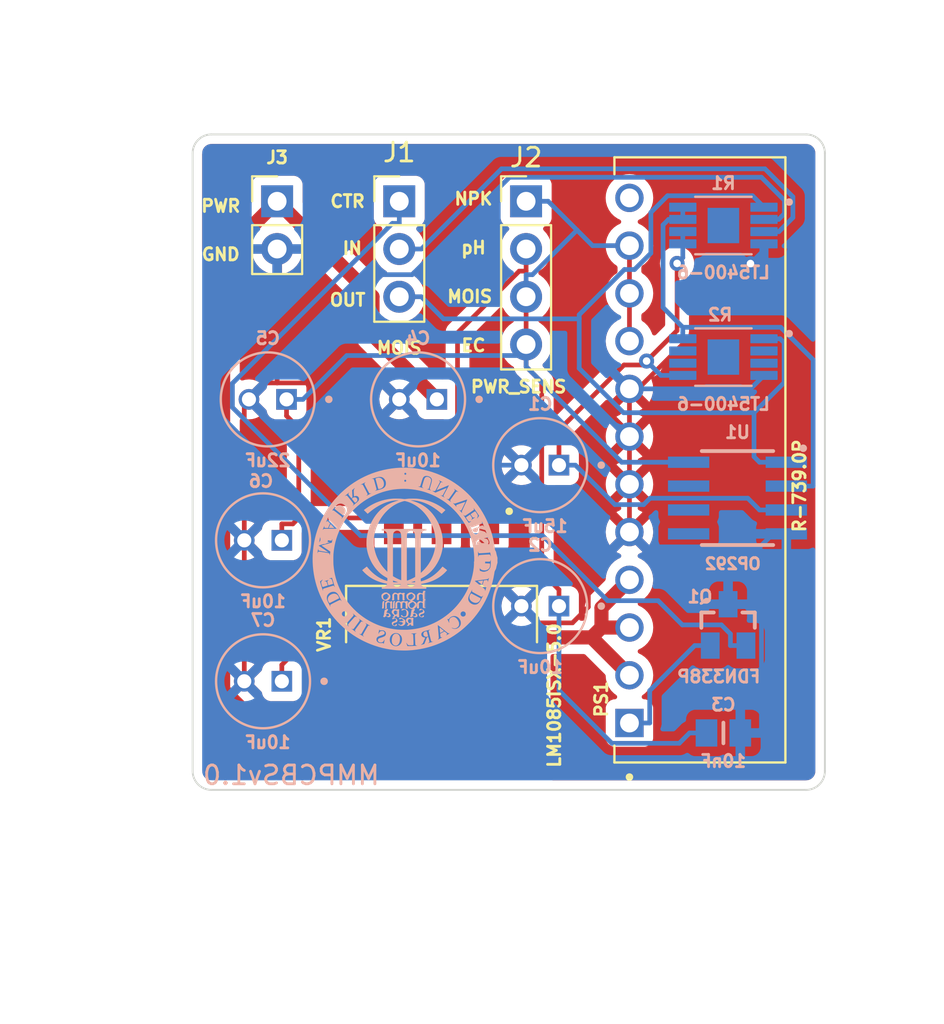
<source format=kicad_pcb>
(kicad_pcb (version 20211014) (generator pcbnew)
  (title_block (title "PCB Acondicionamiento Sensores Suelo") (date "2023-06-10") (company "UC3M"))
  (layers (0 "F.Cu" signal) (31 "B.Cu" signal) (34 "B.Paste" user) (35 "F.Paste" user) (36 "B.SilkS" user "B.Silkscreen") (37 "F.SilkS" user "F.Silkscreen") (38 "B.Mask" user) (39 "F.Mask" user) (44 "Edge.Cuts" user))
  (net 0 "")
  (net 1 "Net-(C1-PadP)")
  (net 2 "GND")
  (net 3 "9V")
  (net 4 "IN_MOISTURE")
  (net 5 "OUT_MOISTURE")
  (net 6 "Net-(R1-Pad7)")
  (net 14 "PWR")
  (net 16 "CTR")
  (net 17 "PWR_pH")
  (net 18 "Net-(PS1-Pad1)")
  (footprint "LM1085ISX-5.0_NOPB:TO254P1435X464-4N" (layer "F.Cu") (at 129.75 62.5 -90)
    (fp_text reference "VR1" (at 0 6.25 90) (layer "F.SilkS") (effects (font (size 0.65 0.65))))
    (fp_text value "LM1085ISX-5.0/NOPB" hide)
    (pad "1" smd rect locked (at -6.19 -2.54 270) (size 2.79 1.05) (layers "F.Cu" "F.Paste" "F.Mask") (net 2 "GND"))
    (pad "2" smd rect locked (at -6.19 0 270) (size 2.79 1.05) (layers "F.Cu" "F.Paste" "F.Mask") (net 17 "PWR_pH"))
    (pad "3" smd rect locked (at -6.19 2.54 270) (size 2.79 1.05) (layers "F.Cu" "F.Paste" "F.Mask") (net 3 "9V"))
    (pad "4" smd rect locked (at 4.16 0 270) (size 6.84 10.58) (layers "F.Cu" "F.Mask"))
  )
  (footprint "Connector_PinHeader_2.54mm:PinHeader_1x03_P2.54mm_Vertical" (layer "F.Cu") (at 127.5 39.46)
    (fp_text reference "J1" (at 0 -2.6) (layer "F.SilkS"))
    (fp_text value "Conn_01x03" hide)
    (pad "1" thru_hole rect (at 0 0) (size 1.7 1.7) (drill 1) (layers *.Cu *.Mask) (net 16 "CTR"))
    (pad "2" thru_hole oval (at 0 2.54) (size 1.7 1.7) (drill 1) (layers *.Cu *.Mask) (net 4 "IN_MOISTURE"))
    (pad "3" thru_hole oval (at 0 5.08) (size 1.7 1.7) (drill 1) (layers *.Cu *.Mask) (net 5 "OUT_MOISTURE"))
  )
  (footprint "Connector_PinHeader_2.54mm:PinHeader_1x04_P2.54mm_Vertical" (layer "F.Cu") (at 134.25 39.46)
    (fp_text reference "J2" (at 0 -2.33) (layer "F.SilkS"))
    (fp_text value "Conn_01x04" hide)
    (pad "1" thru_hole rect (at 0 0) (size 1.7 1.7) (drill 1) (layers *.Cu *.Mask) (net 3 "9V"))
    (pad "2" thru_hole oval (at 0 2.54) (size 1.7 1.7) (drill 1) (layers *.Cu *.Mask) (net 17 "PWR_pH"))
    (pad "3" thru_hole oval (at 0 5.08) (size 1.7 1.7) (drill 1) (layers *.Cu *.Mask) (net 3 "9V"))
    (pad "4" thru_hole oval (at 0 7.62) (size 1.7 1.7) (drill 1) (layers *.Cu *.Mask) (net 3 "9V"))
  )
  (footprint "R-739.0P:CONV_R-739.0P" (layer "F.Cu") (at 143.5 53.25 90)
    (fp_text reference "PS1" (at -12.7 -5.25 90) (layer "F.SilkS") (effects (font (size 0.65 0.65))))
    (fp_text value "R-739.0P" hide)
    (pad "1" thru_hole rect locked (at -13.97 -3.75 90) (size 1.508 1.508) (drill 1) (layers *.Cu *.Mask) (net 18 "Net-(PS1-Pad1)"))
    (pad "2" thru_hole circle locked (at -11.43 -3.75 90) (size 1.508 1.508) (drill 1) (layers *.Cu *.Mask) (net 14 "PWR"))
    (pad "3" thru_hole circle locked (at -8.89 -3.75 90) (size 1.508 1.508) (drill 1) (layers *.Cu *.Mask) (net 14 "PWR"))
    (pad "4" thru_hole circle locked (at -6.35 -3.75 90) (size 1.508 1.508) (drill 1) (layers *.Cu *.Mask) (net 14 "PWR"))
    (pad "5" thru_hole circle locked (at -3.81 -3.75 90) (size 1.508 1.508) (drill 1) (layers *.Cu *.Mask) (net 2 "GND"))
    (pad "6" thru_hole circle locked (at -1.27 -3.75 90) (size 1.508 1.508) (drill 1) (layers *.Cu *.Mask) (net 2 "GND"))
    (pad "7" thru_hole circle locked (at 1.27 -3.75 90) (size 1.508 1.508) (drill 1) (layers *.Cu *.Mask) (net 2 "GND"))
    (pad "8" thru_hole circle locked (at 3.81 -3.75 90) (size 1.508 1.508) (drill 1) (layers *.Cu *.Mask) (net 2 "GND"))
    (pad "9" thru_hole circle locked (at 6.35 -3.75 90) (size 1.508 1.508) (drill 1) (layers *.Cu *.Mask) (net 3 "9V"))
    (pad "10" thru_hole circle locked (at 8.89 -3.75 90) (size 1.508 1.508) (drill 1) (layers *.Cu *.Mask) (net 3 "9V"))
    (pad "11" thru_hole circle locked (at 11.43 -3.75 90) (size 1.508 1.508) (drill 1) (layers *.Cu *.Mask) (net 3 "9V"))
    (pad "12" thru_hole circle locked (at 13.97 -3.75 90) (size 1.508 1.508) (drill 1) (layers *.Cu *.Mask))
  )
  (footprint "Connector_PinHeader_2.54mm:PinHeader_1x02_P2.54mm_Vertical" (layer "F.Cu") (at 121 39.46)
    (fp_text reference "J3" (at 0 -2.33) (layer "F.SilkS") (effects (font (size 0.65 0.65))))
    (fp_text value "Conn_01x02" hide)
    (pad "1" thru_hole rect (at 0 0) (size 1.7 1.7) (drill 1) (layers *.Cu *.Mask) (net 14 "PWR"))
    (pad "2" thru_hole oval (at 0 2.54) (size 1.7 1.7) (drill 1) (layers *.Cu *.Mask) (net 2 "GND"))
  )
  (footprint "LT5400BCMS8E-6_PBF:SOP65P490X110-9N" (layer "B.Cu") (at 144.75 47.75 180)
    (fp_text reference "R2" (at 0.175 2.25) (layer "B.SilkS") (effects (font (size 0.65 0.65)) (justify mirror)))
    (fp_text value "LT5400BCMS8E-6#PBF" hide)
    (pad "1" smd roundrect locked (at -2.16 0.975 180) (size 1.45 0.48) (layers "B.Cu" "B.Paste" "B.Mask") (roundrect_rratio 0.06) (net 5 "OUT_MOISTURE"))
    (pad "2" smd roundrect locked (at -2.16 0.325 180) (size 1.45 0.48) (layers "B.Cu" "B.Paste" "B.Mask") (roundrect_rratio 0.06))
    (pad "3" smd roundrect locked (at -2.16 -0.325 180) (size 1.45 0.48) (layers "B.Cu" "B.Paste" "B.Mask") (roundrect_rratio 0.06))
    (pad "4" smd roundrect locked (at -2.16 -0.975 180) (size 1.45 0.48) (layers "B.Cu" "B.Paste" "B.Mask") (roundrect_rratio 0.06) (net 2 "GND"))
    (pad "5" smd roundrect locked (at 2.16 -0.975) (size 1.45 0.48) (layers "B.Cu" "B.Paste" "B.Mask") (roundrect_rratio 0.06) (net 1 "Net-(C1-PadP)"))
    (pad "6" smd roundrect locked (at 2.16 -0.325) (size 1.45 0.48) (layers "B.Cu" "B.Paste" "B.Mask") (roundrect_rratio 0.06))
    (pad "7" smd roundrect locked (at 2.16 0.325) (size 1.45 0.48) (layers "B.Cu" "B.Paste" "B.Mask") (roundrect_rratio 0.06))
    (pad "8" smd roundrect locked (at 2.16 0.975) (size 1.45 0.48) (layers "B.Cu" "B.Paste" "B.Mask") (roundrect_rratio 0.06) (net 6 "Net-(R1-Pad7)"))
    (pad "9" smd rect locked (at 0 0 180) (size 1.68 1.88) (layers "B.Cu" "B.Mask"))
  )
  (footprint "EEUFC1H150:CAPPRD200W50D500H1100" (layer "B.Cu") (at 135 61 180)
    (fp_text reference "C2" (at 0 3.25) (layer "B.SilkS") (effects (font (size 0.65 0.65)) (justify mirror)))
    (fp_text value "EEUFC1H150")
    (pad "N" thru_hole circle locked (at 1 0 180) (size 1.1 1.1) (drill 0.75) (layers *.Cu *.Mask) (net 2 "GND"))
    (pad "P" thru_hole rect locked (at -1 0 180) (size 1.1 1.1) (drill 0.75) (layers *.Cu *.Mask) (net 3 "9V"))
  )
  (footprint "EEUFC1H150:CAPPRD200W50D500H1100" (layer "B.Cu") (at 128.5 50 180)
    (fp_text reference "C4" (at 0 3.25) (layer "B.SilkS") (effects (font (size 0.65 0.65)) (justify mirror)))
    (fp_text value "EEUFC1H150" hide)
    (pad "N" thru_hole circle locked (at 1 0 180) (size 1.1 1.1) (drill 0.75) (layers *.Cu *.Mask) (net 2 "GND"))
    (pad "P" thru_hole rect locked (at -1 0 180) (size 1.1 1.1) (drill 0.75) (layers *.Cu *.Mask) (net 14 "PWR"))
  )
  (footprint "EEUFC1H150:CAPPRD200W50D500H1100" (layer "B.Cu") (at 120.25 57.5 180)
    (fp_text reference "C6" (at 0.11 3.15) (layer "B.SilkS") (effects (font (size 0.65 0.65)) (justify mirror)))
    (fp_text value "EEUFC1H150" hide)
    (pad "N" thru_hole circle locked (at 1 0 180) (size 1.1 1.1) (drill 0.75) (layers *.Cu *.Mask) (net 2 "GND"))
    (pad "P" thru_hole rect locked (at -1 0 180) (size 1.1 1.1) (drill 0.75) (layers *.Cu *.Mask) (net 3 "9V"))
  )
  (footprint "LT5400BCMS8E-6_PBF:SOP65P490X110-9N" (layer "B.Cu") (at 144.75 40.75 180)
    (fp_text reference "R1" (at 0 2.25) (layer "B.SilkS") (effects (font (size 0.65 0.65)) (justify mirror)))
    (fp_text value "LT5400BCMS8E-6#PBF" hide)
    (pad "1" smd roundrect locked (at -2.16 0.975 180) (size 1.45 0.48) (layers "B.Cu" "B.Paste" "B.Mask") (roundrect_rratio 0.06) (net 5 "OUT_MOISTURE"))
    (pad "2" smd roundrect locked (at -2.16 0.325 180) (size 1.45 0.48) (layers "B.Cu" "B.Paste" "B.Mask") (roundrect_rratio 0.06) (net 2 "GND"))
    (pad "3" smd roundrect locked (at -2.16 -0.325 180) (size 1.45 0.48) (layers "B.Cu" "B.Paste" "B.Mask") (roundrect_rratio 0.06) (net 4 "IN_MOISTURE"))
    (pad "4" smd roundrect locked (at -2.16 -0.975 180) (size 1.45 0.48) (layers "B.Cu" "B.Paste" "B.Mask") (roundrect_rratio 0.06) (net 2 "GND"))
    (pad "5" smd roundrect locked (at 2.16 -0.975) (size 1.45 0.48) (layers "B.Cu" "B.Paste" "B.Mask") (roundrect_rratio 0.06) (net 1 "Net-(C1-PadP)"))
    (pad "6" smd roundrect locked (at 2.16 -0.325) (size 1.45 0.48) (layers "B.Cu" "B.Paste" "B.Mask") (roundrect_rratio 0.06) (net 1 "Net-(C1-PadP)"))
    (pad "7" smd roundrect locked (at 2.16 0.325) (size 1.45 0.48) (layers "B.Cu" "B.Paste" "B.Mask") (roundrect_rratio 0.06) (net 6 "Net-(R1-Pad7)"))
    (pad "8" smd roundrect locked (at 2.16 0.975) (size 1.45 0.48) (layers "B.Cu" "B.Paste" "B.Mask") (roundrect_rratio 0.06) (net 6 "Net-(R1-Pad7)"))
    (pad "9" smd rect locked (at 0 0 180) (size 1.68 1.88) (layers "B.Cu" "B.Mask"))
  )
  (footprint "FDN338P:SSOT-3" (layer "B.Cu") (at 145 62 180)
    (fp_text reference "Q1" (at 1.5 1.5) (layer "B.SilkS") (effects (font (size 0.65 0.65)) (justify mirror)))
    (fp_text value "FDN338P")
    (pad "1" smd rect locked (at -0.95 -1.1 180) (size 1 1.4) (layers "B.Cu" "B.Paste" "B.Mask") (net 16 "CTR"))
    (pad "2" smd rect locked (at 0.95 -1.1 180) (size 1 1.4) (layers "B.Cu" "B.Paste" "B.Mask") (net 18 "Net-(PS1-Pad1)"))
    (pad "3" smd rect locked (at 0 1.1 180) (size 1 1.4) (layers "B.Cu" "B.Paste" "B.Mask") (net 2 "GND"))
  )
  (footprint "CL21B103KBANNNC:CAPC2012X140N" (layer "B.Cu") (at 144.75 67.75 180)
    (fp_text reference "C3" (at 0 1.5) (layer "B.SilkS") (effects (font (size 0.65 0.65)) (justify mirror)))
    (fp_text value "CL21B103KBANNNC" hide)
    (pad "1" smd rect locked (at -0.9 0 180) (size 1.15 1.45) (layers "B.Cu" "B.Paste" "B.Mask") (net 2 "GND"))
    (pad "2" smd rect locked (at 0.9 0 180) (size 1.15 1.45) (layers "B.Cu" "B.Paste" "B.Mask") (net 3 "9V"))
  )
  (footprint "LM358DR2G:SOIC127P600X175-8N" (layer "B.Cu") (at 145.5 55.25 180)
    (fp_text reference "U1" (at 0 3.5) (layer "B.SilkS") (effects (font (size 0.65 0.65)) (justify mirror)))
    (fp_text value "OP292GSZ-REEL" hide)
    (pad "1" smd rect locked (at -2.6 1.905 270) (size 0.6 2.2) (layers "B.Cu" "B.Paste" "B.Mask") (net 5 "OUT_MOISTURE"))
    (pad "2" smd rect locked (at -2.6 0.635 270) (size 0.6 2.2) (layers "B.Cu" "B.Paste" "B.Mask") (net 6 "Net-(R1-Pad7)"))
    (pad "3" smd rect locked (at -2.6 -0.635 270) (size 0.6 2.2) (layers "B.Cu" "B.Paste" "B.Mask") (net 1 "Net-(C1-PadP)"))
    (pad "4" smd rect locked (at -2.6 -1.905 270) (size 0.6 2.2) (layers "B.Cu" "B.Paste" "B.Mask") (net 2 "GND"))
    (pad "5" smd rect locked (at 2.6 -1.905 270) (size 0.6 2.2) (layers "B.Cu" "B.Paste" "B.Mask"))
    (pad "6" smd rect locked (at 2.6 -0.635 270) (size 0.6 2.2) (layers "B.Cu" "B.Paste" "B.Mask"))
    (pad "7" smd rect locked (at 2.6 0.635 270) (size 0.6 2.2) (layers "B.Cu" "B.Paste" "B.Mask"))
    (pad "8" smd rect locked (at 2.6 1.905 270) (size 0.6 2.2) (layers "B.Cu" "B.Paste" "B.Mask") (net 3 "9V"))
  )
  (footprint "Logo:Logo2" (layer "B.Cu") (at 127.75 58.5 180)
    (fp_text reference "G" (at -4.354193 -0.133442) (layer "B.SilkS") (effects (font (size 1.524 1.524) (thickness 0.3)) (justify mirror)))
    (fp_text value "L" hide)
  )
  (footprint "EEUFC1H150:CAPPRD200W50D500H1100" (layer "B.Cu") (at 135 53.5 180)
    (fp_text reference "C1" (at 0 3.25) (layer "B.SilkS") (effects (font (size 0.65 0.65)) (justify mirror)))
    (fp_text value "EEUFC1H150" hide)
    (pad "N" thru_hole circle locked (at 1 0 180) (size 1.1 1.1) (drill 0.75) (layers *.Cu *.Mask) (net 2 "GND"))
    (pad "P" thru_hole rect locked (at -1 0 180) (size 1.1 1.1) (drill 0.75) (layers *.Cu *.Mask) (net 1 "Net-(C1-PadP)"))
  )
  (footprint "EEUFC1H150:CAPPRD200W50D500H1100" (layer "B.Cu") (at 120.5 50 180)
    (fp_text reference "C5" (at 0 3.25) (layer "B.SilkS") (effects (font (size 0.65 0.65)) (justify mirror)))
    (fp_text value "EEUFC1H150" hide)
    (pad "N" thru_hole circle locked (at 1 0 180) (size 1.1 1.1) (drill 0.75) (layers *.Cu *.Mask) (net 2 "GND"))
    (pad "P" thru_hole rect locked (at -1 0 180) (size 1.1 1.1) (drill 0.75) (layers *.Cu *.Mask) (net 3 "9V"))
  )
  (footprint "EEUFC1H150:CAPPRD200W50D500H1100" (layer "B.Cu") (at 120.25 65 180)
    (fp_text reference "C7" (at 0 3.25) (layer "B.SilkS") (effects (font (size 0.65 0.65)) (justify mirror)))
    (fp_text value "EEUFC1H150" hide)
    (pad "N" thru_hole circle locked (at 1 0 180) (size 1.1 1.1) (drill 0.75) (layers *.Cu *.Mask) (net 2 "GND"))
    (pad "P" thru_hole rect locked (at -1 0 180) (size 1.1 1.1) (drill 0.75) (layers *.Cu *.Mask) (net 17 "PWR_pH"))
  )
  (gr_arc (start 116.502107 36.902107) (mid 116.794998 36.194998) (end 117.502107 35.902107) (layer "Edge.Cuts") (width 0.1))
  (gr_arc (start 117.502107 70.777893) (mid 116.794998 70.485002) (end 116.502107 69.777893) (layer "Edge.Cuts") (width 0.1))
  (gr_line (start 117.502107 70.777893) (end 149.152893 70.777893) (layer "Edge.Cuts") (width 0.1))
  (gr_line (start 150.152893 36.902107) (end 150.152893 69.777893) (layer "Edge.Cuts") (width 0.1))
  (gr_line (start 149.152893 35.902107) (end 117.502107 35.902107) (layer "Edge.Cuts") (width 0.1))
  (gr_line (start 116.502107 36.902107) (end 116.502107 69.777893) (layer "Edge.Cuts") (width 0.1))
  (gr_arc (start 150.152893 69.777893) (mid 149.86 70.485) (end 149.152893 70.777893) (layer "Edge.Cuts") (width 0.1))
  (gr_arc (start 149.152893 35.902107) (mid 149.86 36.195) (end 150.152893 36.902107) (layer "Edge.Cuts") (width 0.1))
  (gr_text "15uF" (at 135.25 56.75) (layer "B.SilkS") (effects (font (size 0.65 0.65)) (justify mirror)))
  (gr_text "OP292" (at 145.25 58.75) (layer "B.SilkS") (effects (font (size 0.6 0.6)) (justify mirror)))
  (gr_text "10uF" (at 120.5 68.25) (layer "B.SilkS") (effects (font (size 0.65 0.65)) (justify mirror)))
  (gr_text "LT5400-6" (at 144.75 50.25) (layer "B.SilkS") (effects (font (size 0.65 0.65)) (justify mirror)))
  (gr_text "FDN338P" (at 144.5 64.75) (layer "B.SilkS") (effects (font (size 0.65 0.65)) (justify mirror)))
  (gr_text "10uF" (at 120.25 60.75) (layer "B.SilkS") (effects (font (size 0.65 0.65)) (justify mirror)))
  (gr_text "10uF" (at 128.5 53.25) (layer "B.SilkS") (effects (font (size 0.65 0.65)) (justify mirror)))
  (gr_text "10uF" (at 135 64.25) (layer "B.SilkS") (effects (font (size 0.65 0.65)) (justify mirror)))
  (gr_text "LT5400-6" (at 144.75 43.25) (layer "B.SilkS") (effects (font (size 0.65 0.65)) (justify mirror)))
  (gr_text "10nF" (at 144.75 69.25) (layer "B.SilkS") (effects (font (size 0.65 0.65)) (justify mirror)))
  (gr_text "MMPCBSv1.0" (at 121.75 70) (layer "B.SilkS") (effects (font (size 1 1)) (justify mirror)))
  (gr_text "22uF" (at 120.5 53.25) (layer "B.SilkS") (effects (font (size 0.65 0.65)) (justify mirror)))
  (gr_text "PWR" (at 118 39.71) (layer "F.SilkS") (effects (font (size 0.65 0.65))))
  (gr_text "CTR" (at 124.75 39.46) (layer "F.SilkS") (effects (font (size 0.65 0.65))))
  (gr_text "pH" (at 131.45 41.93) (layer "F.SilkS") (effects (font (size 0.65 0.65))))
  (gr_text "OUT" (at 124.75 44.71) (layer "F.SilkS") (effects (font (size 0.65 0.65))))
  (gr_text "GND" (at 118 42.285) (layer "F.SilkS") (effects (font (size 0.65 0.65))))
  (gr_text "MOIS" (at 127.5 47.26) (layer "F.SilkS") (effects (font (size 0.65 0.65))))
  (gr_text "PWR_SENS" (at 133.85 49.33) (layer "F.SilkS") (effects (font (size 0.65 0.65))))
  (gr_text "IN" (at 125 41.96) (layer "F.SilkS") (effects (font (size 0.65 0.65))))
  (gr_text "NPK" (at 131.45 39.33) (layer "F.SilkS") (effects (font (size 0.65 0.65))))
  (gr_text "R-739.0P" (at 148.8 54.6 90) (layer "F.SilkS") (effects (font (size 0.65 0.65))))
  (gr_text "MOIS" (at 131.25 44.53) (layer "F.SilkS") (effects (font (size 0.65 0.65))))
  (gr_text "EC" (at 131.45 47.13) (layer "F.SilkS") (effects (font (size 0.65 0.65))))
  (gr_text "LM1085ISX-5.0" (at 135.75 65.75 90) (layer "F.SilkS") (effects (font (size 0.65 0.65))))
  (segment (start 142.2857 46.3371) (end 142.2857 42.7656) (width 0.25) (layer "F.Cu") (net 1))
  (segment (start 136 51.6295) (end 139.4595 48.17) (width 0.25) (layer "F.Cu") (net 1))
  (segment (start 136 53.5) (end 136 51.6295) (width 0.25) (layer "F.Cu") (net 1))
  (segment (start 139.4595 48.17) (end 140.4528 48.17) (width 0.25) (layer "F.Cu") (net 1))
  (segment (start 140.4528 48.17) (end 140.6621 47.9607) (width 0.25) (layer "F.Cu") (net 1))
  (segment (start 140.6621 47.9607) (end 142.2857 46.3371) (width 0.25) (layer "F.Cu") (net 1))
  (via (at 140.6621 47.9607) (size 0.8) (drill 0.4) (layers "F.Cu" "B.Cu") (net 1))
  (via (at 142.2857 42.7656) (size 0.8) (drill 0.4) (layers "F.Cu" "B.Cu") (net 1))
  (segment (start 142.59 48.725) (end 141.4264 48.725) (width 0.25) (layer "B.Cu") (net 1))
  (segment (start 140.5067 55.5994) (end 140.8464 55.2597) (width 0.25) (layer "B.Cu") (net 1))
  (segment (start 136 53.5) (end 136.8753 53.5) (width 0.25) (layer "B.Cu") (net 1))
  (segment (start 136.8753 53.5) (end 138.9747 55.5994) (width 0.25) (layer "B.Cu") (net 1))
  (segment (start 141.4264 48.725) (end 140.6621 47.9607) (width 0.25) (layer "B.Cu") (net 1))
  (segment (start 142.59 42.4613) (end 142.2857 42.7656) (width 0.25) (layer "B.Cu") (net 1))
  (segment (start 138.9747 55.5994) (end 140.5067 55.5994) (width 0.25) (layer "B.Cu") (net 1))
  (segment (start 148.1 55.885) (end 146.6747 55.885) (width 0.25) (layer "B.Cu") (net 1))
  (segment (start 142.59 41.725) (end 142.59 42.4613) (width 0.25) (layer "B.Cu") (net 1))
  (segment (start 142.59 41.075) (end 142.59 41.725) (width 0.25) (layer "B.Cu") (net 1))
  (segment (start 140.8464 55.2597) (end 146.0494 55.2597) (width 0.25) (layer "B.Cu") (net 1))
  (segment (start 146.0494 55.2597) (end 146.6747 55.885) (width 0.25) (layer "B.Cu") (net 1))
  (segment (start 139.75 51.98) (end 139.75 49.44) (width 0.25) (layer "F.Cu") (net 2))
  (segment (start 127.5 50) (end 126.6246 49.1246) (width 0.25) (layer "F.Cu") (net 2))
  (segment (start 146.1913 43.4573) (end 146.1913 42.7742) (width 0.25) (layer "F.Cu") (net 2))
  (segment (start 134.8926 61.8926) (end 134 61) (width 0.25) (layer "F.Cu") (net 2))
  (segment (start 140.2086 49.44) (end 146.1913 43.4573) (width 0.25) (layer "F.Cu") (net 2))
  (segment (start 119.25 57.5) (end 119.25 65) (width 0.25) (layer "F.Cu") (net 2))
  (segment (start 121 49.1246) (end 120.3754 49.1246) (width 0.25) (layer "F.Cu") (net 2))
  (segment (start 139.75 51.98) (end 139.75 54.52) (width 0.25) (layer "F.Cu") (net 2))
  (segment (start 139.75 49.44) (end 140.2086 49.44) (width 0.25) (layer "F.Cu") (net 2))
  (segment (start 119.25 50.25) (end 119.25 57.5) (width 0.25) (layer "F.Cu") (net 2))
  (segment (start 121 49.1246) (end 121 43.1753) (width 0.25) (layer "F.Cu") (net 2))
  (segment (start 137.561467 59.248533) (end 137.561467 61.046733) (width 0.25) (layer "F.Cu") (net 2))
  (segment (start 121 42) (end 121 43.1753) (width 0.25) (layer "F.Cu") (net 2))
  (segment (start 132.29 59.29) (end 132.29 56.31) (width 0.25) (layer "F.Cu") (net 2))
  (segment (start 139.75 57.06) (end 137.561467 59.248533) (width 0.25) (layer "F.Cu") (net 2))
  (segment (start 139.75 54.52) (end 139.75 57.06) (width 0.25) (layer "F.Cu") (net 2))
  (segment (start 132.29 56.31) (end 132.29 54.5897) (width 0.25) (layer "F.Cu") (net 2))
  (segment (start 134 53.5) (end 132.9103 54.5897) (width 0.25) (layer "F.Cu") (net 2))
  (segment (start 119.5 50) (end 119.25 50.25) (width 0.25) (layer "F.Cu") (net 2))
  (segment (start 120.3754 49.1246) (end 119.5 50) (width 0.25) (layer "F.Cu") (net 2))
  (segment (start 134 61) (end 132.29 59.29) (width 0.25) (layer "F.Cu") (net 2))
  (segment (start 126.6246 49.1246) (end 121 49.1246) (width 0.25) (layer "F.Cu") (net 2))
  (segment (start 137.561467 61.046733) (end 136.7156 61.8926) (width 0.25) (layer "F.Cu") (net 2))
  (segment (start 136.7156 61.8926) (end 134.8926 61.8926) (width 0.25) (layer "F.Cu") (net 2))
  (segment (start 132.9103 54.5897) (end 132.29 54.5897) (width 0.25) (layer "F.Cu") (net 2))
  (via (at 146.1913 42.7742) (size 0.8) (drill 0.4) (layers "F.Cu" "B.Cu") (net 2))
  (segment (start 146.7754 61.8501) (end 145.8253 60.9) (width 0.25) (layer "B.Cu") (net 2))
  (segment (start 146.7754 67.5249) (end 146.7754 61.8501) (width 0.25) (layer "B.Cu") (net 2))
  (segment (start 146.1913 42.7742) (end 146.91 42.0555) (width 0.25) (layer "B.Cu") (net 2))
  (segment (start 146.5503 67.75) (end 146.7754 67.5249) (width 0.25) (layer "B.Cu") (net 2))
  (segment (start 145 60.9) (end 145.8253 60.9) (width 0.25) (layer "B.Cu") (net 2))
  (segment (start 148.1 57.155) (end 147.3874 57.155) (width 0.25) (layer "B.Cu") (net 2))
  (segment (start 147.9992 40.1154) (end 147.6896 40.425) (width 0.25) (layer "B.Cu") (net 2))
  (segment (start 145 57.8495) (end 146.6929 57.8495) (width 0.25) (layer "B.Cu") (net 2))
  (segment (start 140.5395 57.8495) (end 145 57.8495) (width 0.25) (layer "B.Cu") (net 2))
  (segment (start 131 53.5) (end 134 53.5) (width 0.25) (layer "B.Cu") (net 2))
  (segment (start 145 57.8495) (end 145 59.8747) (width 0.25) (layer "B.Cu") (net 2))
  (segment (start 146.6929 57.8495) (end 147.3874 57.155) (width 0.25) (layer "B.Cu") (net 2))
  (segment (start 145 60.9) (end 145 59.8747) (width 0.25) (layer "B.Cu") (net 2))
  (segment (start 133.3675 38.1824) (end 146.7738 38.1824) (width 0.25) (layer "B.Cu") (net 2))
  (segment (start 146.195 49.44) (end 146.91 48.725) (width 0.25) (layer "B.Cu") (net 2))
  (segment (start 147.6896 40.425) (end 146.91 40.425) (width 0.25) (layer "B.Cu") (net 2))
  (segment (start 146.7738 38.1824) (end 147.9992 39.4078) (width 0.25) (layer "B.Cu") (net 2))
  (segment (start 146.91 42.0555) (end 146.91 41.725) (width 0.25) (layer "B.Cu") (net 2))
  (segment (start 119.5 50) (end 126.1354 43.3646) (width 0.25) (layer "B.Cu") (net 2))
  (segment (start 128.1853 43.3646) (end 133.3675 38.1824) (width 0.25) (layer "B.Cu") (net 2))
  (segment (start 139.75 57.06) (end 140.5395 57.8495) (width 0.25) (layer "B.Cu") (net 2))
  (segment (start 139.75 49.44) (end 146.195 49.44) (width 0.25) (layer "B.Cu") (net 2))
  (segment (start 147.9992 39.4078) (end 147.9992 40.1154) (width 0.25) (layer "B.Cu") (net 2))
  (segment (start 126.1354 43.3646) (end 128.1853 43.3646) (width 0.25) (layer "B.Cu") (net 2))
  (segment (start 145.65 67.75) (end 146.5503 67.75) (width 0.25) (layer "B.Cu") (net 2))
  (segment (start 127.5 50) (end 131 53.5) (width 0.25) (layer "B.Cu") (net 2))
  (segment (start 121.8363 56.6247) (end 122.151 56.31) (width 0.25) (layer "F.Cu") (net 3))
  (segment (start 121.25 57.5) (end 121.25 56.6247) (width 0.25) (layer "F.Cu") (net 3))
  (segment (start 122.151 56.31) (end 127.21 56.31) (width 0.25) (layer "F.Cu") (net 3))
  (segment (start 122.151 56.31) (end 122.151 51.5263) (width 0.25) (layer "F.Cu") (net 3))
  (segment (start 135.0811 59.2058) (end 135.0811 49.0864) (width 0.25) (layer "F.Cu") (net 3))
  (segment (start 136 60.1247) (end 135.0811 59.2058) (width 0.25) (layer "F.Cu") (net 3))
  (segment (start 136 61) (end 136 60.1247) (width 0.25) (layer "F.Cu") (net 3))
  (segment (start 139.75 41.82) (end 139.75 44.36) (width 0.25) (layer "F.Cu") (net 3))
  (segment (start 134.25 44.54) (end 134.25 47.08) (width 0.25) (layer "F.Cu") (net 3))
  (segment (start 134.25 47.08) (end 134.25 48.2553) (width 0.25) (layer "F.Cu") (net 3))
  (segment (start 121.25 56.6247) (end 121.8363 56.6247) (width 0.25) (layer "F.Cu") (net 3))
  (segment (start 121.5 50) (end 121.5 50.8753) (width 0.25) (layer "F.Cu") (net 3))
  (segment (start 122.151 51.5263) (end 121.5 50.8753) (width 0.25) (layer "F.Cu") (net 3))
  (segment (start 135.0811 49.0864) (end 134.25 48.2553) (width 0.25) (layer "F.Cu") (net 3))
  (segment (start 139.75 44.36) (end 139.75 46.9) (width 0.25) (layer "F.Cu") (net 3))
  (segment (start 139.75 41.82) (end 137.7853 41.82) (width 0.25) (layer "B.Cu") (net 3))
  (segment (start 139.3397 53.345) (end 142.9 53.345) (width 0.25) (layer "B.Cu") (net 3))
  (segment (start 138.8152 68.2994) (end 136 65.4842) (width 0.25) (layer "B.Cu") (net 3))
  (segment (start 121.5 50) (end 122.3753 50) (width 0.25) (layer "B.Cu") (net 3))
  (segment (start 142.9497 67.75) (end 142.4003 68.2994) (width 0.25) (layer "B.Cu") (net 3))
  (segment (start 134.5878 43.3647) (end 136.9589 40.9936) (width 0.25) (layer "B.Cu") (net 3))
  (segment (start 134.25 43.3647) (end 134.5878 43.3647) (width 0.25) (layer "B.Cu") (net 3))
  (segment (start 134.25 47.6676) (end 134.25 48.2553) (width 0.25) (layer "B.Cu") (net 3))
  (segment (start 134.25 47.6676) (end 124.7077 47.6676) (width 0.25) (layer "B.Cu") (net 3))
  (segment (start 137.7853 41.82) (end 136.9589 40.9936) (width 0.25) (layer "B.Cu") (net 3))
  (segment (start 143.85 67.75) (end 142.9497 67.75) (width 0.25) (layer "B.Cu") (net 3))
  (segment (start 136 65.4842) (end 136 61) (width 0.25) (layer "B.Cu") (net 3))
  (segment (start 134.25 44.54) (end 134.25 43.3647) (width 0.25) (layer "B.Cu") (net 3))
  (segment (start 134.25 47.08) (end 134.25 47.6676) (width 0.25) (layer "B.Cu") (net 3))
  (segment (start 142.4003 68.2994) (end 138.8152 68.2994) (width 0.25) (layer "B.Cu") (net 3))
  (segment (start 124.7077 47.6676) (end 122.3753 50) (width 0.25) (layer "B.Cu") (net 3))
  (segment (start 134.25 39.46) (end 135.4253 39.46) (width 0.25) (layer "B.Cu") (net 3))
  (segment (start 134.25 48.2553) (end 139.3397 53.345) (width 0.25) (layer "B.Cu") (net 3))
  (segment (start 136.9589 40.9936) (end 135.4253 39.46) (width 0.25) (layer "B.Cu") (net 3))
  (segment (start 148.4495 39.2211) (end 146.9605 37.7321) (width 0.25) (layer "B.Cu") (net 4))
  (segment (start 127.5 42) (end 128.6753 42) (width 0.25) (layer "B.Cu") (net 4))
  (segment (start 148.4495 40.3276) (end 148.4495 39.2211) (width 0.25) (layer "B.Cu") (net 4))
  (segment (start 146.9605 37.7321) (end 132.9432 37.7321) (width 0.25) (layer "B.Cu") (net 4))
  (segment (start 147.7021 41.075) (end 148.4495 40.3276) (width 0.25) (layer "B.Cu") (net 4))
  (segment (start 132.9432 37.7321) (end 128.6753 42) (width 0.25) (layer "B.Cu") (net 4))
  (segment (start 146.91 41.075) (end 147.7021 41.075) (width 0.25) (layer "B.Cu") (net 4))
  (segment (start 141.7787 39.165) (end 140.8908 40.0529) (width 0.25) (layer "B.Cu") (net 5))
  (segment (start 147.7728 46.775) (end 147.9815 46.9837) (width 0.25) (layer "B.Cu") (net 5))
  (segment (start 146.91 46.775) (end 147.7728 46.775) (width 0.25) (layer "B.Cu") (net 5))
  (segment (start 146.91 39.775) (end 146.3 39.165) (width 0.25) (layer "B.Cu") (net 5))
  (segment (start 137.0766 45.7153) (end 129.8506 45.7153) (width 0.25) (layer "B.Cu") (net 5))
  (segment (start 146.3798 50.7099) (end 146.3798 53.0501) (width 0.25) (layer "B.Cu") (net 5))
  (segment (start 127.5 44.54) (end 128.6753 44.54) (width 0.25) (layer "B.Cu") (net 5))
  (segment (start 140.8908 42.221) (end 140.0218 43.09) (width 0.25) (layer "B.Cu") (net 5))
  (segment (start 146.3798 53.0501) (end 146.6747 53.345) (width 0.25) (layer "B.Cu") (net 5))
  (segment (start 139.4349 50.7099) (end 137.0766 48.3516) (width 0.25) (layer "B.Cu") (net 5))
  (segment (start 139.483 43.09) (end 137.0766 45.4964) (width 0.25) (layer "B.Cu") (net 5))
  (segment (start 137.0766 45.4964) (end 137.0766 45.7153) (width 0.25) (layer "B.Cu") (net 5))
  (segment (start 140.0218 43.09) (end 139.483 43.09) (width 0.25) (layer "B.Cu") (net 5))
  (segment (start 147.9815 49.1082) (end 146.3798 50.7099) (width 0.25) (layer "B.Cu") (net 5))
  (segment (start 129.8506 45.7153) (end 128.6753 44.54) (width 0.25) (layer "B.Cu") (net 5))
  (segment (start 137.0766 48.3516) (end 137.0766 45.7153) (width 0.25) (layer "B.Cu") (net 5))
  (segment (start 147.9815 46.9837) (end 147.9815 49.1082) (width 0.25) (layer "B.Cu") (net 5))
  (segment (start 148.1 53.345) (end 146.6747 53.345) (width 0.25) (layer "B.Cu") (net 5))
  (segment (start 146.3798 50.7099) (end 139.4349 50.7099) (width 0.25) (layer "B.Cu") (net 5))
  (segment (start 140.8908 40.0529) (end 140.8908 42.221) (width 0.25) (layer "B.Cu") (net 5))
  (segment (start 146.3 39.165) (end 141.7787 39.165) (width 0.25) (layer "B.Cu") (net 5))
  (segment (start 142.59 40.425) (end 141.8317 40.425) (width 0.25) (layer "B.Cu") (net 6))
  (segment (start 142.59 46.775) (end 142.59 46.1632) (width 0.25) (layer "B.Cu") (net 6))
  (segment (start 148.1 54.615) (end 149.5253 54.615) (width 0.25) (layer "B.Cu") (net 6))
  (segment (start 141.8317 40.425) (end 141.5384 40.7183) (width 0.25) (layer "B.Cu") (net 6))
  (segment (start 142.59 46.1632) (end 147.7979 46.1632) (width 0.25) (layer "B.Cu") (net 6))
  (segment (start 147.7979 46.1632) (end 149.5253 47.8906) (width 0.25) (layer "B.Cu") (net 6))
  (segment (start 141.5384 45.1116) (end 142.59 46.1632) (width 0.25) (layer "B.Cu") (net 6))
  (segment (start 141.5384 40.7183) (end 141.5384 45.1116) (width 0.25) (layer "B.Cu") (net 6))
  (segment (start 142.59 40.425) (end 142.59 39.775) (width 0.25) (layer "B.Cu") (net 6))
  (segment (start 149.5253 47.8906) (end 149.5253 54.615) (width 0.25) (layer "B.Cu") (net 6))
  (segment (start 138.260978 61.089022) (end 139.75 59.6) (width 0.75) (layer "F.Cu") (net 14))
  (segment (start 138.260978 62.14) (end 138.260978 61.089022) (width 0.75) (layer "F.Cu") (net 14))
  (segment (start 121 39.46) (end 126.075489 44.535489) (width 0.75) (layer "F.Cu") (net 14))
  (segment (start 126.075489 44.535489) (end 126.075489 46.575489) (width 0.75) (layer "F.Cu") (net 14))
  (segment (start 120.1597 67.5) (end 123 67.5) (width 0.75) (layer "F.Cu") (net 14))
  (segment (start 118.125489 42.334511) (end 118.125489 65.465789) (width 0.75) (layer "F.Cu") (net 14))
  (segment (start 123 63.550978) (end 123.885489 62.665489) (width 0.75) (layer "F.Cu") (net 14))
  (segment (start 139.75 62.14) (end 138.260978 62.14) (width 0.75) (layer "F.Cu") (net 14))
  (segment (start 121 39.46) (end 118.125489 42.334511) (width 0.75) (layer "F.Cu") (net 14))
  (segment (start 118.125489 65.465789) (end 120.1597 67.5) (width 0.75) (layer "F.Cu") (net 14))
  (segment (start 138.260978 62.14) (end 137.735489 62.665489) (width 0.75) (layer "F.Cu") (net 14))
  (segment (start 123 67.5) (end 123 63.550978) (width 0.75) (layer "F.Cu") (net 14))
  (segment (start 123.885489 62.665489) (end 137.735489 62.665489) (width 0.75) (layer "F.Cu") (net 14))
  (segment (start 137.735489 62.665489) (end 139.75 64.68) (width 0.75) (layer "F.Cu") (net 14))
  (segment (start 126.075489 46.575489) (end 129.5 50) (width 0.75) (layer "F.Cu") (net 14))
  (segment (start 127.5 40.6353) (end 127.1327 40.6353) (width 0.25) (layer "B.Cu") (net 16))
  (segment (start 127.1327 40.6353) (end 118.6195 49.1485) (width 0.25) (layer "B.Cu") (net 16))
  (segment (start 144.6437 62) (end 145.1247 62.481) (width 0.25) (layer "B.Cu") (net 16))
  (segment (start 138.5855 60.7106) (end 141.2764 60.7106) (width 0.25) (layer "B.Cu") (net 16))
  (segment (start 141.2764 60.7106) (end 142.5658 62) (width 0.25) (layer "B.Cu") (net 16))
  (segment (start 118.6195 50.4256) (end 125.4439 57.25) (width 0.25) (layer "B.Cu") (net 16))
  (segment (start 127.5 39.46) (end 127.5 40.6353) (width 0.25) (layer "B.Cu") (net 16))
  (segment (start 145.95 63.1) (end 145.1247 63.1) (width 0.25) (layer "B.Cu") (net 16))
  (segment (start 145.1247 62.481) (end 145.1247 63.1) (width 0.25) (layer "B.Cu") (net 16))
  (segment (start 142.5658 62) (end 144.6437 62) (width 0.25) (layer "B.Cu") (net 16))
  (segment (start 118.6195 49.1485) (end 118.6195 50.4256) (width 0.25) (layer "B.Cu") (net 16))
  (segment (start 125.4439 57.25) (end 135.1249 57.25) (width 0.25) (layer "B.Cu") (net 16))
  (segment (start 135.1249 57.25) (end 138.5855 60.7106) (width 0.25) (layer "B.Cu") (net 16))
  (segment (start 130.6003 46.4576) (end 130.6003 53.7394) (width 0.25) (layer "F.Cu") (net 17))
  (segment (start 129.75 56.31) (end 129.75 54.5897) (width 0.25) (layer "F.Cu") (net 17))
  (segment (start 121.25 65) (end 121.25 64.1247) (width 0.25) (layer "F.Cu") (net 17))
  (segment (start 133.8826 43.1753) (end 130.6003 46.4576) (width 0.25) (layer "F.Cu") (net 17))
  (segment (start 129.75 56.31) (end 129.75 58.0303) (width 0.25) (layer "F.Cu") (net 17))
  (segment (start 121.25 64.1247) (end 127.3444 58.0303) (width 0.25) (layer "F.Cu") (net 17))
  (segment (start 127.3444 58.0303) (end 129.75 58.0303) (width 0.25) (layer "F.Cu") (net 17))
  (segment (start 134.25 42) (end 134.25 43.1753) (width 0.25) (layer "F.Cu") (net 17))
  (segment (start 130.6003 53.7394) (end 129.75 54.5897) (width 0.25) (layer "F.Cu") (net 17))
  (segment (start 134.25 43.1753) (end 133.8826 43.1753) (width 0.25) (layer "F.Cu") (net 17))
  (segment (start 144.05 63.1) (end 143.2247 63.1) (width 0.25) (layer "B.Cu") (net 18))
  (segment (start 140.8293 67.22) (end 140.8293 65.4954) (width 0.25) (layer "B.Cu") (net 18))
  (segment (start 139.75 67.22) (end 140.8293 67.22) (width 0.25) (layer "B.Cu") (net 18))
  (segment (start 140.8293 65.4954) (end 143.2247 63.1) (width 0.25) (layer "B.Cu") (net 18))
  (zone (net 2) (net_name "GND") (layer "F.Cu") (connect_pads (clearance 0.508)) (min_thickness 0.254) (fill yes (thermal_gap 0.508) (thermal_bridge_width 0.508))
    (polygon (pts (xy 151.5 83.25) (xy 106.25 81) (xy 111.75 31.25) (xy 152.75 31.25)))
  )
  (zone (net 2) (net_name "GND") (layer "B.Cu") (connect_pads (clearance 0.508)) (min_thickness 0.254) (fill yes (thermal_gap 0.508) (thermal_bridge_width 0.508))
    (polygon (pts (xy 155.25 30) (xy 156.5 79.25) (xy 109.75 76.5) (xy 111.75 28.75)))
  )
)
</source>
